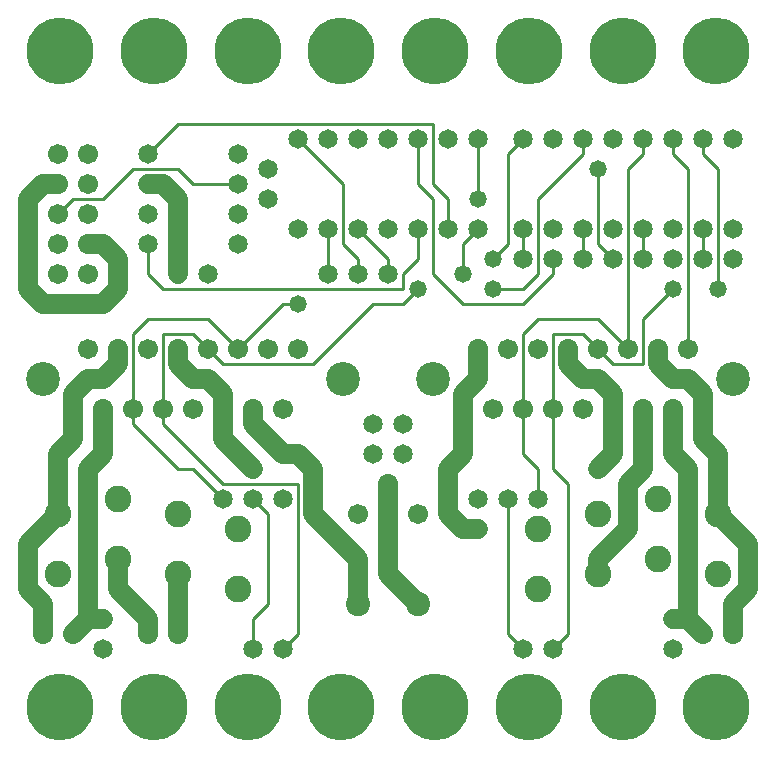
<source format=gtl>
%MOIN*%
%FSLAX25Y25*%
G04 D10 used for Character Trace; *
G04     Circle (OD=.01000) (No hole)*
G04 D11 used for Power Trace; *
G04     Circle (OD=.06500) (No hole)*
G04 D12 used for Signal Trace; *
G04     Circle (OD=.01100) (No hole)*
G04 D13 used for Via; *
G04     Circle (OD=.05800) (Round. Hole ID=.02800)*
G04 D14 used for Component hole; *
G04     Circle (OD=.06500) (Round. Hole ID=.03500)*
G04 D15 used for Component hole; *
G04     Circle (OD=.06700) (Round. Hole ID=.04300)*
G04 D16 used for Component hole; *
G04     Circle (OD=.08100) (Round. Hole ID=.05100)*
G04 D17 used for Component hole; *
G04     Circle (OD=.08900) (Round. Hole ID=.05900)*
G04 D18 used for Component hole; *
G04     Circle (OD=.11300) (Round. Hole ID=.08300)*
G04 D19 used for Component hole; *
G04     Circle (OD=.16000) (Round. Hole ID=.13000)*
G04 D20 used for Component hole; *
G04     Circle (OD=.18300) (Round. Hole ID=.15300)*
G04 D21 used for Component hole; *
G04     Circle (OD=.22291) (Round. Hole ID=.19291)*
%ADD10C,.01000*%
%ADD11C,.06500*%
%ADD12C,.01100*%
%ADD13C,.05800*%
%ADD14C,.06500*%
%ADD15C,.06700*%
%ADD16C,.08100*%
%ADD17C,.08900*%
%ADD18C,.11300*%
%ADD19C,.16000*%
%ADD20C,.18300*%
%ADD21C,.22291*%
%IPPOS*%
%LPD*%
G90*X0Y0D02*D21*X15625Y15625D03*D14*              
X30000Y35000D03*D15*X20000Y40000D03*D11*          
X25000Y45000D01*X30000D01*D14*D03*D11*X25000D02*  
Y95000D01*X30000Y100000D01*Y115000D01*D15*D03*D11*
X15000Y100000D02*X20000Y105000D01*X15000Y80000D02*
Y100000D01*D17*Y80000D03*D11*X5000Y70000D01*      
Y55000D01*X10000Y50000D01*Y40000D01*D15*D03*D17*  
X15000Y60000D03*X35000Y65000D03*D11*Y55000D01*    
X45000Y45000D01*Y40000D01*D15*D03*X55000D03*D11*  
Y60000D01*D17*D03*X75000Y55000D03*X55000Y80000D03*
X75000Y75000D03*D14*X80000Y35000D03*D12*Y45000D01*
X85000Y50000D01*Y80000D01*X80000Y85000D01*D14*D03*
D12*X70000Y90000D02*X95000D01*Y40000D01*          
X90000Y35000D01*D14*D03*D21*X109375Y15625D03*     
X78125D03*D16*X115000Y50000D03*D11*Y65000D01*     
X100000Y80000D01*Y85000D01*D14*D03*D11*Y95000D01* 
X95000Y100000D01*X90000D01*X80000Y110000D01*      
Y115000D01*D15*D03*D11*Y95000D02*X70000Y105000D01*
D13*X80000Y95000D03*D14*X90000Y85000D03*D11*      
X70000Y105000D02*Y115000D01*D15*D03*D11*          
Y120000D01*X65000Y125000D01*X60000D01*            
X55000Y130000D01*Y135000D01*D15*D03*D12*X65000D02*
X60000Y140000D01*D15*X65000Y135000D03*D12*        
X70000Y130000D01*X100000D01*X120000Y150000D01*    
X130000D01*X135000Y155000D01*D13*D03*D12*         
X150000Y150000D02*X140000Y160000D01*              
X150000Y150000D02*X170000D01*X180000Y160000D01*   
Y165000D01*D14*D03*D12*X170000Y155000D02*         
X175000Y160000D01*X160000Y155000D02*X170000D01*   
D13*X160000D03*D14*X170000Y165000D03*D12*         
Y175000D01*D14*D03*D12*X160000Y165000D02*         
X165000Y170000D01*D13*X160000Y165000D03*D12*      
X165000Y170000D02*Y200000D01*X170000Y205000D01*   
D14*D03*X180000D03*X155000D03*D12*Y185000D01*D13* 
D03*D14*X145000Y175000D03*D12*Y185000D01*         
X140000Y190000D01*Y210000D01*X55000D01*           
X45000Y200000D01*D14*D03*D12*X30000Y185000D02*    
X40000Y195000D01*X20000Y185000D02*X30000D01*      
X15000Y180000D02*X20000Y185000D01*D15*            
X15000Y180000D03*X25000Y170000D03*D11*X30000D01*  
X35000Y165000D01*Y155000D01*X30000Y150000D01*     
X10000D01*X5000Y155000D01*Y185000D01*             
X10000Y190000D01*X15000D01*D15*D03*               
X25000Y180000D03*Y200000D03*Y190000D03*           
X15000Y200000D03*Y170000D03*D12*X40000Y195000D02* 
X55000D01*X60000Y190000D01*X75000D01*D14*D03*     
X85000Y185000D03*X75000Y200000D03*Y180000D03*     
X85000Y195000D03*X95000Y175000D03*                
X75000Y170000D03*D11*X55000Y160000D02*Y185000D01* 
D14*Y160000D03*D12*X50000Y155000D02*X130000D01*   
Y160000D01*X135000Y165000D01*Y175000D01*D14*D03*  
D12*X125000Y160000D02*Y165000D01*D14*Y160000D03*  
D12*Y165000D02*X115000Y175000D01*D14*D03*D12*     
Y165000D02*X110000Y170000D01*X115000Y160000D02*   
Y165000D01*D14*Y160000D03*X105000D03*D12*         
Y175000D01*D14*D03*D12*X110000Y170000D02*         
Y190000D01*X95000Y205000D01*D14*D03*X105000D03*   
X115000D03*X125000Y175000D03*D21*                 
X109375Y234375D03*D14*X125000Y205000D03*D21*      
X78125Y234375D03*D12*X140000Y185000D02*           
X135000Y190000D01*X140000Y160000D02*Y185000D01*   
X150000Y160000D02*Y170000D01*D13*Y160000D03*D12*  
Y170000D02*X155000Y175000D01*D14*D03*D12*         
X175000Y160000D02*Y185000D01*X190000Y200000D01*   
Y205000D01*D14*D03*X200000D03*D13*                
X195000Y195000D03*D12*Y170000D01*                 
X200000Y165000D01*D14*D03*X210000Y175000D03*D12*  
Y165000D01*D14*D03*D13*X220000Y155000D03*D12*     
X210000Y145000D01*Y130000D01*X200000D01*          
X195000Y135000D01*D15*D03*D12*X190000Y140000D01*  
X180000D01*Y115000D01*D15*D03*D12*Y95000D01*      
X185000Y90000D01*Y40000D01*X180000Y35000D01*D14*  
D03*X170000D03*D12*X165000Y40000D01*Y85000D01*D14*
D03*D17*X175000Y75000D03*D12*Y85000D02*Y95000D01* 
D14*Y85000D03*D12*Y95000D02*X170000Y100000D01*    
Y115000D01*D15*D03*D12*Y140000D01*                
X175000Y145000D01*X195000D01*X205000Y135000D01*   
D15*D03*D12*Y195000D01*X210000Y200000D01*         
Y205000D01*D14*D03*D12*X225000Y195000D02*         
X220000Y200000D01*X225000Y135000D02*Y195000D01*   
D15*Y135000D03*D11*X220000Y125000D02*X225000D01*  
X230000Y120000D01*Y105000D01*X235000Y100000D01*   
Y80000D01*D17*D03*D11*X245000Y70000D01*Y55000D01* 
X240000Y50000D01*Y40000D01*D15*D03*X230000D03*D11*
X225000Y45000D01*X220000D01*D14*D03*D11*          
X225000D02*Y95000D01*D13*D03*D11*                 
X220000Y100000D01*Y115000D01*D15*D03*D11*         
Y125000D02*X215000Y130000D01*Y135000D01*D15*D03*  
D11*X200000Y115000D02*Y120000D01*D15*Y115000D03*  
D11*Y100000D01*X195000Y95000D01*D13*D03*D11*      
X205000Y75000D02*Y90000D01*X195000Y65000D02*      
X205000Y75000D01*X195000Y60000D02*Y65000D01*D17*  
Y60000D03*Y80000D03*X215000Y65000D03*             
X175000Y55000D03*D14*X220000Y35000D03*D17*        
X215000Y85000D03*D11*X205000Y90000D02*            
X210000Y95000D01*Y115000D01*D15*D03*D11*          
X200000Y120000D02*X195000Y125000D01*X190000D01*   
X185000Y130000D01*Y135000D01*D15*D03*X175000D03*  
X165000D03*X190000Y115000D03*X160000D03*D14*      
X190000Y165000D03*D12*Y175000D01*D14*D03*         
X200000D03*X180000D03*X220000Y205000D03*D12*      
Y200000D01*X235000Y195000D02*X230000Y200000D01*   
X235000Y155000D02*Y195000D01*D13*Y155000D03*D14*  
X240000Y165000D03*X230000D03*D12*Y175000D01*D14*  
D03*X220000Y165000D03*X240000Y175000D03*          
X220000D03*D12*X230000Y200000D02*Y205000D01*D14*  
D03*X240000D03*D21*X234375Y234375D03*X203125D03*  
X171875D03*D15*X155000Y135000D03*D11*Y125000D01*  
X150000Y120000D01*Y100000D01*X145000Y95000D01*    
Y80000D01*X150000Y75000D01*X155000D01*D14*D03*    
Y85000D03*D15*X135000Y80000D03*D14*               
X130000Y100000D03*D16*X135000Y50000D03*D11*       
X125000Y60000D01*Y70000D01*D13*D03*D11*Y90000D01* 
D15*D03*X115000Y80000D03*D14*X120000Y100000D03*   
X130000Y110000D03*X120000D03*D15*X90000Y115000D03*
D18*X140000Y125000D03*X110000D03*D15*             
X95000Y135000D03*X85000D03*X75000D03*D12*         
X90000Y150000D01*X95000D01*D13*D03*D12*           
X75000Y135000D02*X65000Y145000D01*X45000D01*      
X40000Y140000D01*Y115000D01*D15*D03*D12*          
Y110000D01*X55000Y95000D01*X60000D01*             
X70000Y85000D01*D14*D03*D12*Y90000D02*            
X50000Y110000D01*Y115000D01*D15*D03*D12*          
Y140000D01*X60000D01*D15*X45000Y135000D03*D12*    
X50000Y155000D02*X45000Y160000D01*Y170000D01*D14* 
D03*Y180000D03*D11*X55000Y185000D02*              
X50000Y190000D01*X45000D01*D14*D03*D15*           
X15000Y160000D03*X25000D03*D14*X65000D03*D21*     
X46875Y234375D03*X15625D03*D15*X25000Y135000D03*  
X35000D03*D11*Y130000D01*X30000Y125000D01*        
X25000D01*X20000Y120000D01*Y105000D01*D18*        
X10000Y125000D03*D17*X35000Y85000D03*D15*         
X60000Y115000D03*D21*X46875Y15625D03*D12*         
X135000Y190000D02*Y205000D01*D14*D03*X145000D03*  
D21*X140625Y234375D03*D18*X240000Y125000D03*D17*  
X235000Y60000D03*D21*X140625Y15625D03*X171875D03* 
X203125D03*X234375D03*M02*                        

</source>
